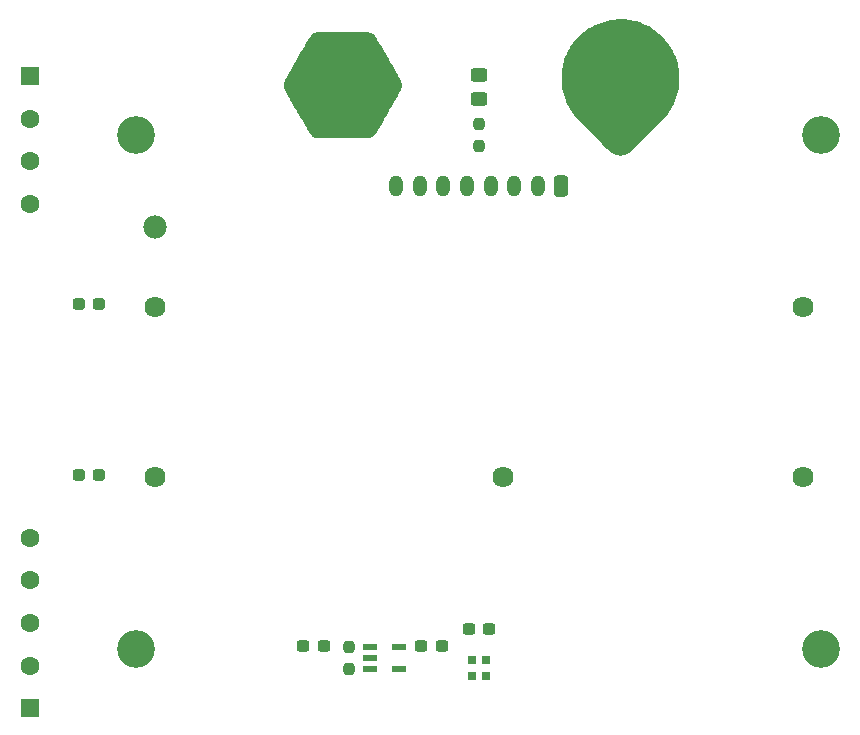
<source format=gbr>
%TF.GenerationSoftware,KiCad,Pcbnew,5.99.0-unknown-36d11f745e~142~ubuntu20.04.1*%
%TF.CreationDate,2021-10-28T09:48:46+02:00*%
%TF.ProjectId,Main_PCB_1,4d61696e-5f50-4434-925f-312e6b696361,rev?*%
%TF.SameCoordinates,Original*%
%TF.FileFunction,Soldermask,Top*%
%TF.FilePolarity,Negative*%
%FSLAX46Y46*%
G04 Gerber Fmt 4.6, Leading zero omitted, Abs format (unit mm)*
G04 Created by KiCad (PCBNEW 5.99.0-unknown-36d11f745e~142~ubuntu20.04.1) date 2021-10-28 09:48:46*
%MOMM*%
%LPD*%
G01*
G04 APERTURE LIST*
G04 Aperture macros list*
%AMRoundRect*
0 Rectangle with rounded corners*
0 $1 Rounding radius*
0 $2 $3 $4 $5 $6 $7 $8 $9 X,Y pos of 4 corners*
0 Add a 4 corners polygon primitive as box body*
4,1,4,$2,$3,$4,$5,$6,$7,$8,$9,$2,$3,0*
0 Add four circle primitives for the rounded corners*
1,1,$1+$1,$2,$3*
1,1,$1+$1,$4,$5*
1,1,$1+$1,$6,$7*
1,1,$1+$1,$8,$9*
0 Add four rect primitives between the rounded corners*
20,1,$1+$1,$2,$3,$4,$5,0*
20,1,$1+$1,$4,$5,$6,$7,0*
20,1,$1+$1,$6,$7,$8,$9,0*
20,1,$1+$1,$8,$9,$2,$3,0*%
G04 Aperture macros list end*
%ADD10C,0.150000*%
%ADD11C,0.300000*%
%ADD12RoundRect,0.250000X0.550000X-0.550000X0.550000X0.550000X-0.550000X0.550000X-0.550000X-0.550000X0*%
%ADD13C,1.600000*%
%ADD14C,3.200000*%
%ADD15RoundRect,0.237500X-0.237500X0.250000X-0.237500X-0.250000X0.237500X-0.250000X0.237500X0.250000X0*%
%ADD16RoundRect,0.237500X-0.287500X-0.237500X0.287500X-0.237500X0.287500X0.237500X-0.287500X0.237500X0*%
%ADD17RoundRect,0.237500X-0.300000X-0.237500X0.300000X-0.237500X0.300000X0.237500X-0.300000X0.237500X0*%
%ADD18R,0.700000X0.750000*%
%ADD19RoundRect,0.237500X0.300000X0.237500X-0.300000X0.237500X-0.300000X-0.237500X0.300000X-0.237500X0*%
%ADD20C,1.980000*%
%ADD21C,1.785000*%
%ADD22R,1.200000X0.600000*%
%ADD23RoundRect,0.250000X-0.450000X0.325000X-0.450000X-0.325000X0.450000X-0.325000X0.450000X0.325000X0*%
%ADD24RoundRect,0.250000X-0.550000X0.550000X-0.550000X-0.550000X0.550000X-0.550000X0.550000X0.550000X0*%
%ADD25RoundRect,0.250000X0.350000X0.650000X-0.350000X0.650000X-0.350000X-0.650000X0.350000X-0.650000X0*%
%ADD26O,1.200000X1.800000*%
G04 APERTURE END LIST*
D10*
X194125000Y-70250000D02*
X198125000Y-70250000D01*
X198125000Y-70250000D02*
X198125000Y-73750000D01*
X198125000Y-73750000D02*
X194125000Y-73750000D01*
X194125000Y-73750000D02*
X194125000Y-70250000D01*
G36*
X194125000Y-70250000D02*
G01*
X198125000Y-70250000D01*
X198125000Y-73750000D01*
X194125000Y-73750000D01*
X194125000Y-70250000D01*
G37*
X217375000Y-69500000D02*
X223500000Y-69500000D01*
X223500000Y-69500000D02*
X223500000Y-74250000D01*
X223500000Y-74250000D02*
X217375000Y-74250000D01*
X217375000Y-74250000D02*
X217375000Y-69500000D01*
G36*
X217375000Y-69500000D02*
G01*
X223500000Y-69500000D01*
X223500000Y-74250000D01*
X217375000Y-74250000D01*
X217375000Y-69500000D01*
G37*
X214875000Y-70250000D02*
X224125000Y-70250000D01*
X224125000Y-70250000D02*
X224125000Y-72750000D01*
X224125000Y-72750000D02*
X214875000Y-72750000D01*
X214875000Y-72750000D02*
X214875000Y-70250000D01*
G36*
X214875000Y-70250000D02*
G01*
X224125000Y-70250000D01*
X224125000Y-72750000D01*
X214875000Y-72750000D01*
X214875000Y-70250000D01*
G37*
D11*
%TO.C,G\u002A\u002A\u002A*%
X218157428Y-72238000D02*
X218012285Y-72165428D01*
X217794571Y-72165428D01*
X217576857Y-72238000D01*
X217431714Y-72383142D01*
X217359142Y-72528285D01*
X217286571Y-72818571D01*
X217286571Y-73036285D01*
X217359142Y-73326571D01*
X217431714Y-73471714D01*
X217576857Y-73616857D01*
X217794571Y-73689428D01*
X217939714Y-73689428D01*
X218157428Y-73616857D01*
X218230000Y-73544285D01*
X218230000Y-73036285D01*
X217939714Y-73036285D01*
X219100857Y-72165428D02*
X219100857Y-72528285D01*
X218738000Y-72383142D02*
X219100857Y-72528285D01*
X219463714Y-72383142D01*
X218883142Y-72818571D02*
X219100857Y-72528285D01*
X219318571Y-72818571D01*
X220262000Y-72165428D02*
X220262000Y-72528285D01*
X219899142Y-72383142D02*
X220262000Y-72528285D01*
X220624857Y-72383142D01*
X220044285Y-72818571D02*
X220262000Y-72528285D01*
X220479714Y-72818571D01*
X221423142Y-72165428D02*
X221423142Y-72528285D01*
X221060285Y-72383142D02*
X221423142Y-72528285D01*
X221786000Y-72383142D01*
X221205428Y-72818571D02*
X221423142Y-72528285D01*
X221640857Y-72818571D01*
G36*
X220055044Y-73592074D02*
G01*
X220080490Y-73604315D01*
X220104153Y-73626592D01*
X220121639Y-73653625D01*
X220128553Y-73680135D01*
X220128554Y-73680403D01*
X220126449Y-73685791D01*
X220118456Y-73689421D01*
X220102058Y-73691619D01*
X220074737Y-73692710D01*
X220033978Y-73693019D01*
X220030980Y-73693020D01*
X219933405Y-73693020D01*
X219938844Y-73671351D01*
X219954763Y-73635863D01*
X219980638Y-73609079D01*
X220013062Y-73593323D01*
X220048627Y-73590921D01*
X220055044Y-73592074D01*
G37*
G36*
X219493906Y-74032324D02*
G01*
X219524944Y-74034597D01*
X219546847Y-74037864D01*
X219551630Y-74039245D01*
X219569264Y-74053236D01*
X219578817Y-74074799D01*
X219577807Y-74097101D01*
X219574876Y-74103230D01*
X219554046Y-74123071D01*
X219522112Y-74138269D01*
X219483627Y-74147995D01*
X219443146Y-74151424D01*
X219405222Y-74147729D01*
X219379125Y-74138751D01*
X219355810Y-74119524D01*
X219346944Y-74095358D01*
X219352982Y-74069314D01*
X219366170Y-74051752D01*
X219377245Y-74041998D01*
X219389342Y-74035989D01*
X219406547Y-74032830D01*
X219432945Y-74031628D01*
X219458818Y-74031472D01*
X219493906Y-74032324D01*
G37*
G36*
X218919343Y-73601426D02*
G01*
X218947673Y-73617299D01*
X218967499Y-73645011D01*
X218979411Y-73685455D01*
X218983996Y-73739525D01*
X218984087Y-73751606D01*
X218980473Y-73807699D01*
X218969688Y-73850197D01*
X218951307Y-73880141D01*
X218924910Y-73898573D01*
X218924344Y-73898812D01*
X218899525Y-73907774D01*
X218880671Y-73909134D01*
X218859535Y-73902894D01*
X218849895Y-73898838D01*
X218828241Y-73885470D01*
X218812081Y-73868947D01*
X218812073Y-73868934D01*
X218800005Y-73840143D01*
X218792397Y-73800893D01*
X218789360Y-73756247D01*
X218791007Y-73711265D01*
X218797451Y-73671010D01*
X218807088Y-73643685D01*
X218829963Y-73614544D01*
X218861114Y-73598981D01*
X218881920Y-73596499D01*
X218919343Y-73601426D01*
G37*
G36*
X219494926Y-73586431D02*
G01*
X219516777Y-73607402D01*
X219529044Y-73638572D01*
X219529864Y-73678137D01*
X219529744Y-73679057D01*
X219518503Y-73713341D01*
X219497177Y-73736871D01*
X219468607Y-73748104D01*
X219435636Y-73745494D01*
X219419417Y-73739040D01*
X219401757Y-73722726D01*
X219387737Y-73695704D01*
X219387432Y-73694838D01*
X219380494Y-73670539D01*
X219380481Y-73651034D01*
X219387394Y-73626667D01*
X219387432Y-73626558D01*
X219397854Y-73603172D01*
X219411897Y-73589838D01*
X219429914Y-73582306D01*
X219465350Y-73577464D01*
X219494926Y-73586431D01*
G37*
G36*
X222180802Y-73601391D02*
G01*
X222207212Y-73617707D01*
X222226613Y-73646915D01*
X222236783Y-73674997D01*
X222244220Y-73714801D01*
X222246102Y-73759419D01*
X222242685Y-73802950D01*
X222234227Y-73839494D01*
X222229105Y-73851587D01*
X222204898Y-73884043D01*
X222174046Y-73903188D01*
X222139026Y-73908056D01*
X222106248Y-73899546D01*
X222080513Y-73879213D01*
X222061874Y-73845063D01*
X222050701Y-73797928D01*
X222048007Y-73769343D01*
X222049118Y-73710691D01*
X222059280Y-73663340D01*
X222078079Y-73628028D01*
X222105100Y-73605490D01*
X222139928Y-73596463D01*
X222145470Y-73596319D01*
X222180802Y-73601391D01*
G37*
G36*
X221464663Y-71158477D02*
G01*
X221532432Y-71181775D01*
X221592252Y-71218891D01*
X221623389Y-71246955D01*
X221662436Y-71295903D01*
X221695674Y-71354893D01*
X221721017Y-71418922D01*
X221736385Y-71482987D01*
X221740110Y-71527331D01*
X221740229Y-71557550D01*
X220966625Y-71557550D01*
X220966625Y-71538694D01*
X220969866Y-71510502D01*
X220978595Y-71472638D01*
X220991322Y-71429955D01*
X221006556Y-71387308D01*
X221022807Y-71349552D01*
X221027660Y-71339900D01*
X221068844Y-71277425D01*
X221120280Y-71227317D01*
X221182071Y-71189509D01*
X221254317Y-71163932D01*
X221306959Y-71153831D01*
X221389366Y-71149121D01*
X221464663Y-71158477D01*
G37*
G36*
X215114212Y-73825373D02*
G01*
X214986206Y-73575708D01*
X214872925Y-73319586D01*
X214855926Y-73274291D01*
X214774433Y-73057142D01*
X214690794Y-72788514D01*
X214622070Y-72513836D01*
X214568324Y-72233247D01*
X214553072Y-72133724D01*
X214541398Y-72049205D01*
X214531860Y-71972096D01*
X214524263Y-71899293D01*
X214518408Y-71827693D01*
X214514099Y-71754191D01*
X214511139Y-71675685D01*
X214509331Y-71589069D01*
X214508478Y-71491240D01*
X214508344Y-71428616D01*
X214508635Y-71325016D01*
X214509721Y-71234322D01*
X214511813Y-71153337D01*
X214515122Y-71078861D01*
X214519860Y-71007696D01*
X214526236Y-70936642D01*
X214534463Y-70862501D01*
X214544752Y-70782073D01*
X214546177Y-70771859D01*
X214940282Y-70771859D01*
X215298382Y-71726776D01*
X215343339Y-71846655D01*
X215386989Y-71963035D01*
X215428967Y-72074947D01*
X215468912Y-72181426D01*
X215506460Y-72281505D01*
X215541248Y-72374217D01*
X215572914Y-72458594D01*
X215601095Y-72533671D01*
X215625428Y-72598480D01*
X215645550Y-72652055D01*
X215661098Y-72693428D01*
X215671710Y-72721633D01*
X215676993Y-72735626D01*
X215697503Y-72789558D01*
X215739282Y-72797886D01*
X215773574Y-72803730D01*
X215809845Y-72808471D01*
X215821352Y-72809592D01*
X215845258Y-72810620D01*
X215881802Y-72810991D01*
X215927701Y-72810780D01*
X215979673Y-72810066D01*
X216034436Y-72808924D01*
X216088708Y-72807431D01*
X216139207Y-72805664D01*
X216182651Y-72803700D01*
X216215758Y-72801615D01*
X216232001Y-72799995D01*
X216271964Y-72794511D01*
X216656186Y-71783185D01*
X216702578Y-71661024D01*
X216747343Y-71543054D01*
X216790150Y-71430148D01*
X216830670Y-71323178D01*
X216868575Y-71223017D01*
X216903534Y-71130538D01*
X216935218Y-71046612D01*
X216963298Y-70972113D01*
X216969042Y-70956842D01*
X217214129Y-70956842D01*
X217214459Y-71009674D01*
X217216000Y-71061369D01*
X217218696Y-71107853D01*
X217222490Y-71145048D01*
X217225605Y-71162690D01*
X217232213Y-71190894D01*
X217362839Y-71193109D01*
X217493465Y-71195323D01*
X217493465Y-71993155D01*
X217493503Y-72129361D01*
X217493625Y-72250241D01*
X217493840Y-72356586D01*
X217494157Y-72449186D01*
X217494588Y-72528833D01*
X217495142Y-72596317D01*
X217495829Y-72652429D01*
X217496659Y-72697959D01*
X217497642Y-72733699D01*
X217498787Y-72760440D01*
X217500105Y-72778971D01*
X217501606Y-72790084D01*
X217503300Y-72794569D01*
X217503538Y-72794708D01*
X217524525Y-72799312D01*
X217558851Y-72803207D01*
X217603751Y-72806361D01*
X217656460Y-72808742D01*
X217714216Y-72810315D01*
X217774252Y-72811050D01*
X217833806Y-72810913D01*
X217890112Y-72809871D01*
X217940407Y-72807892D01*
X217981927Y-72804943D01*
X218011906Y-72800992D01*
X218013230Y-72800731D01*
X218045464Y-72794238D01*
X218047509Y-71780960D01*
X218049550Y-70770020D01*
X218270251Y-70770020D01*
X218272750Y-70777696D01*
X218280585Y-70799584D01*
X218293429Y-70834807D01*
X218310957Y-70882487D01*
X218332842Y-70941747D01*
X218358760Y-71011710D01*
X218388383Y-71091497D01*
X218421387Y-71180233D01*
X218457445Y-71277038D01*
X218496230Y-71381036D01*
X218537419Y-71491350D01*
X218580683Y-71607102D01*
X218625699Y-71727414D01*
X218644699Y-71778159D01*
X218699160Y-71923377D01*
X218750255Y-72059199D01*
X218797790Y-72185122D01*
X218841571Y-72300643D01*
X218881405Y-72405259D01*
X218917097Y-72498465D01*
X218948455Y-72579759D01*
X218975284Y-72648637D01*
X218997391Y-72704596D01*
X219014582Y-72747132D01*
X219026664Y-72775743D01*
X219033442Y-72789925D01*
X219034586Y-72791425D01*
X219052198Y-72796643D01*
X219083392Y-72801096D01*
X219125646Y-72804743D01*
X219176442Y-72807543D01*
X219233259Y-72809455D01*
X219293577Y-72810438D01*
X219354877Y-72810450D01*
X219414639Y-72809450D01*
X219470343Y-72807398D01*
X219519469Y-72804252D01*
X219559324Y-72799995D01*
X219598502Y-72794511D01*
X219919968Y-71948382D01*
X219969216Y-71818756D01*
X220406843Y-71818756D01*
X220408666Y-71892508D01*
X220412736Y-71960584D01*
X220419051Y-72018655D01*
X220422008Y-72037024D01*
X220445629Y-72148006D01*
X220474597Y-72245886D01*
X220510101Y-72333135D01*
X220553335Y-72412224D01*
X220605490Y-72485621D01*
X220667757Y-72555799D01*
X220676523Y-72564680D01*
X220758759Y-72637917D01*
X220847548Y-72698872D01*
X220944357Y-72748225D01*
X221050649Y-72786658D01*
X221167890Y-72814851D01*
X221240610Y-72826658D01*
X221292408Y-72831921D01*
X221356086Y-72835494D01*
X221427494Y-72837377D01*
X221502483Y-72837568D01*
X221576905Y-72836068D01*
X221646610Y-72832875D01*
X221707449Y-72827991D01*
X221719015Y-72826714D01*
X221841931Y-72809218D01*
X221953555Y-72786550D01*
X222058129Y-72757828D01*
X222072302Y-72753321D01*
X222107711Y-72741988D01*
X222132779Y-72732639D01*
X222133641Y-72732093D01*
X222527752Y-72732093D01*
X222575187Y-72749850D01*
X222624010Y-72766178D01*
X222683438Y-72783044D01*
X222748065Y-72799131D01*
X222812487Y-72813121D01*
X222871298Y-72823696D01*
X222887854Y-72826116D01*
X222942294Y-72831716D01*
X223007274Y-72835523D01*
X223078509Y-72837536D01*
X223151718Y-72837751D01*
X223222616Y-72836167D01*
X223286921Y-72832782D01*
X223340350Y-72827594D01*
X223349347Y-72826341D01*
X223469484Y-72802241D01*
X223579977Y-72767326D01*
X223680191Y-72722102D01*
X223769489Y-72667076D01*
X223847236Y-72602757D01*
X223912795Y-72529650D01*
X223965530Y-72448263D01*
X224004806Y-72359103D01*
X224024996Y-72287670D01*
X224031069Y-72255654D01*
X224034690Y-72223622D01*
X224036100Y-72187072D01*
X224035539Y-72141504D01*
X224034454Y-72110385D01*
X224030865Y-72047203D01*
X224025110Y-71995764D01*
X224016227Y-71951739D01*
X224003254Y-71910801D01*
X223985232Y-71868619D01*
X223977017Y-71851681D01*
X223934362Y-71782024D01*
X223879855Y-71721789D01*
X223816173Y-71672013D01*
X223784883Y-71652144D01*
X223752646Y-71634169D01*
X223717176Y-71617168D01*
X223676184Y-71600221D01*
X223627385Y-71582409D01*
X223568490Y-71562813D01*
X223497212Y-71540513D01*
X223463724Y-71530329D01*
X223385266Y-71506137D01*
X223320946Y-71485052D01*
X223269255Y-71466311D01*
X223228686Y-71449146D01*
X223197732Y-71432794D01*
X223174886Y-71416488D01*
X223158640Y-71399464D01*
X223147486Y-71380957D01*
X223142001Y-71367012D01*
X223135918Y-71333756D01*
X223136279Y-71295917D01*
X223142442Y-71259866D01*
X223153767Y-71231971D01*
X223155905Y-71228837D01*
X223186388Y-71196959D01*
X223225538Y-71172994D01*
X223274919Y-71156429D01*
X223336091Y-71146754D01*
X223410618Y-71143454D01*
X223416371Y-71143449D01*
X223492379Y-71145996D01*
X223563973Y-71154002D01*
X223636313Y-71168379D01*
X223714560Y-71190040D01*
X223756699Y-71203614D01*
X223793213Y-71215699D01*
X223823960Y-71225650D01*
X223845842Y-71232481D01*
X223855760Y-71235204D01*
X223855920Y-71235215D01*
X223863883Y-71227823D01*
X223874864Y-71207360D01*
X223887986Y-71176392D01*
X223902375Y-71137488D01*
X223917157Y-71093215D01*
X223931455Y-71046141D01*
X223944395Y-70998835D01*
X223955101Y-70953863D01*
X223959894Y-70930122D01*
X223967571Y-70888515D01*
X223971486Y-70859733D01*
X223970283Y-70840666D01*
X223962606Y-70828201D01*
X223947097Y-70819229D01*
X223922400Y-70810637D01*
X223905457Y-70805280D01*
X223803107Y-70775044D01*
X223708438Y-70752566D01*
X223615603Y-70736846D01*
X223518750Y-70726888D01*
X223416371Y-70721815D01*
X223287508Y-70722377D01*
X223170947Y-70732180D01*
X223065556Y-70751562D01*
X222970201Y-70780865D01*
X222883749Y-70820427D01*
X222805066Y-70870590D01*
X222740485Y-70924585D01*
X222680764Y-70990109D01*
X222634381Y-71062367D01*
X222601005Y-71142278D01*
X222580307Y-71230758D01*
X222571958Y-71328726D01*
X222572722Y-71392054D01*
X222576596Y-71453835D01*
X222582715Y-71504060D01*
X222591970Y-71547235D01*
X222605248Y-71587864D01*
X222616965Y-71616188D01*
X222653316Y-71680115D01*
X222703401Y-71738240D01*
X222767556Y-71790796D01*
X222846116Y-71838012D01*
X222939415Y-71880121D01*
X223047790Y-71917353D01*
X223057773Y-71920319D01*
X223145610Y-71946398D01*
X223219282Y-71968997D01*
X223280210Y-71988742D01*
X223329814Y-72006256D01*
X223369516Y-72022163D01*
X223400736Y-72037086D01*
X223424895Y-72051650D01*
X223443414Y-72066478D01*
X223457713Y-72082195D01*
X223469214Y-72099424D01*
X223470399Y-72101491D01*
X223483469Y-72137152D01*
X223488874Y-72180034D01*
X223486254Y-72222992D01*
X223478041Y-72252844D01*
X223461792Y-72278605D01*
X223435345Y-72306919D01*
X223403149Y-72333608D01*
X223369915Y-72354363D01*
X223329774Y-72372083D01*
X223287179Y-72384776D01*
X223238732Y-72393027D01*
X223181037Y-72397426D01*
X223114182Y-72398568D01*
X223034125Y-72396252D01*
X222960483Y-72389110D01*
X222888145Y-72376245D01*
X222811999Y-72356757D01*
X222731545Y-72331315D01*
X222695882Y-72319386D01*
X222666407Y-72309800D01*
X222646098Y-72303505D01*
X222637931Y-72301450D01*
X222637897Y-72301471D01*
X222634685Y-72309104D01*
X222626948Y-72328431D01*
X222616010Y-72356131D01*
X222608426Y-72375476D01*
X222587040Y-72435725D01*
X222567439Y-72501322D01*
X222550917Y-72567155D01*
X222538769Y-72628113D01*
X222532639Y-72674660D01*
X222527752Y-72732093D01*
X222133641Y-72732093D01*
X222148866Y-72722450D01*
X222157332Y-72708599D01*
X222159537Y-72688263D01*
X222156839Y-72658621D01*
X222150598Y-72616850D01*
X222147561Y-72597081D01*
X222121032Y-72474040D01*
X222081019Y-72359359D01*
X222067230Y-72327028D01*
X222056491Y-72307447D01*
X222045520Y-72298546D01*
X222031035Y-72298253D01*
X222009754Y-72304499D01*
X221999624Y-72308010D01*
X221934966Y-72328016D01*
X221860168Y-72347046D01*
X221781203Y-72363707D01*
X221707995Y-72376038D01*
X221655133Y-72381768D01*
X221594647Y-72385155D01*
X221530310Y-72386278D01*
X221465893Y-72385217D01*
X221405167Y-72382051D01*
X221351903Y-72376858D01*
X221309874Y-72369718D01*
X221301047Y-72367496D01*
X221225487Y-72340636D01*
X221156492Y-72304388D01*
X221096475Y-72260479D01*
X221047851Y-72210635D01*
X221016957Y-72164282D01*
X220991358Y-72104470D01*
X220971325Y-72032934D01*
X220962569Y-71986659D01*
X220957150Y-71952411D01*
X221606014Y-71952411D01*
X221723645Y-71952395D01*
X221826198Y-71952334D01*
X221914710Y-71952205D01*
X221990219Y-71951986D01*
X222053765Y-71951654D01*
X222106385Y-71951186D01*
X222149118Y-71950561D01*
X222183000Y-71949755D01*
X222209072Y-71948748D01*
X222228371Y-71947515D01*
X222241934Y-71946035D01*
X222250801Y-71944285D01*
X222256009Y-71942243D01*
X222258597Y-71939886D01*
X222259325Y-71938309D01*
X222261398Y-71925494D01*
X222264068Y-71899879D01*
X222267039Y-71864757D01*
X222270018Y-71823420D01*
X222271079Y-71806957D01*
X222274347Y-71659685D01*
X222265134Y-71522539D01*
X222243406Y-71395404D01*
X222209126Y-71278165D01*
X222162259Y-71170709D01*
X222102770Y-71072921D01*
X222030624Y-70984685D01*
X222011126Y-70964622D01*
X221925733Y-70889535D01*
X221834027Y-70828513D01*
X221734115Y-70780473D01*
X221629070Y-70745654D01*
X221601464Y-70738505D01*
X221577069Y-70733176D01*
X221552763Y-70729400D01*
X221525427Y-70726909D01*
X221491940Y-70725438D01*
X221449184Y-70724717D01*
X221394037Y-70724481D01*
X221381631Y-70724469D01*
X221321029Y-70724653D01*
X221273384Y-70725447D01*
X221235543Y-70727070D01*
X221204351Y-70729743D01*
X221176654Y-70733685D01*
X221149296Y-70739118D01*
X221139401Y-70741369D01*
X221021949Y-70776263D01*
X220911911Y-70824763D01*
X220865504Y-70850478D01*
X220815298Y-70884437D01*
X220760781Y-70928698D01*
X220705718Y-70979619D01*
X220653874Y-71033555D01*
X220609014Y-71086862D01*
X220581506Y-71125332D01*
X220524646Y-71226897D01*
X220477580Y-71340513D01*
X220440695Y-71465145D01*
X220422008Y-71553521D01*
X220414848Y-71606709D01*
X220409934Y-71671529D01*
X220407265Y-71743653D01*
X220406843Y-71818756D01*
X219969216Y-71818756D01*
X219978995Y-71793018D01*
X220032561Y-71652021D01*
X220080928Y-71524691D01*
X220124357Y-71410327D01*
X220163111Y-71308230D01*
X220197451Y-71217700D01*
X220227639Y-71138036D01*
X220253936Y-71068540D01*
X220276605Y-71008510D01*
X220295906Y-70957246D01*
X220312102Y-70914050D01*
X220325454Y-70878221D01*
X220336224Y-70849058D01*
X220344674Y-70825862D01*
X220351066Y-70807933D01*
X220355660Y-70794571D01*
X220358720Y-70785076D01*
X220360506Y-70778748D01*
X220361280Y-70774887D01*
X220361304Y-70772792D01*
X220360840Y-70771765D01*
X220360150Y-70771105D01*
X220360137Y-70771093D01*
X220350566Y-70767898D01*
X220328814Y-70763261D01*
X220298664Y-70757939D01*
X220280243Y-70755051D01*
X220234960Y-70750080D01*
X220177742Y-70746579D01*
X220112708Y-70744565D01*
X220043974Y-70744060D01*
X219975658Y-70745084D01*
X219911877Y-70747656D01*
X219856749Y-70751796D01*
X219846070Y-70752933D01*
X219808243Y-70757639D01*
X219783384Y-70762049D01*
X219768394Y-70767077D01*
X219760169Y-70773635D01*
X219756993Y-70779123D01*
X219753714Y-70789192D01*
X219746314Y-70813637D01*
X219735118Y-70851344D01*
X219720449Y-70901196D01*
X219702635Y-70962078D01*
X219681998Y-71032876D01*
X219658865Y-71112475D01*
X219633560Y-71199759D01*
X219606409Y-71293613D01*
X219577736Y-71392922D01*
X219547866Y-71496571D01*
X219544230Y-71509200D01*
X219514267Y-71613215D01*
X219485489Y-71712969D01*
X219458218Y-71807354D01*
X219432776Y-71895260D01*
X219409486Y-71975579D01*
X219388671Y-72047201D01*
X219370652Y-72109016D01*
X219355752Y-72159916D01*
X219344294Y-72198792D01*
X219336600Y-72224534D01*
X219332992Y-72236033D01*
X219332844Y-72236413D01*
X219329465Y-72231452D01*
X219321763Y-72211075D01*
X219309770Y-72175383D01*
X219293517Y-72124476D01*
X219273034Y-72058457D01*
X219248353Y-71977426D01*
X219219505Y-71881485D01*
X219186521Y-71770735D01*
X219149432Y-71645277D01*
X219108922Y-71507439D01*
X218891098Y-70764419D01*
X218859112Y-70756338D01*
X218839635Y-70753613D01*
X218806700Y-70751430D01*
X218762956Y-70749781D01*
X218711051Y-70748660D01*
X218653636Y-70748059D01*
X218593359Y-70747970D01*
X218532869Y-70748388D01*
X218474815Y-70749305D01*
X218421847Y-70750714D01*
X218376614Y-70752608D01*
X218341765Y-70754979D01*
X218320151Y-70757778D01*
X218294614Y-70763403D01*
X218276452Y-70767915D01*
X218270251Y-70770020D01*
X218049550Y-70770020D01*
X218049555Y-70767682D01*
X217640561Y-70769770D01*
X217231568Y-70771859D01*
X217220980Y-70832297D01*
X217217332Y-70864078D01*
X217215068Y-70906952D01*
X217214129Y-70956842D01*
X216969042Y-70956842D01*
X216987446Y-70907913D01*
X217007331Y-70854883D01*
X217022624Y-70813898D01*
X217032996Y-70785829D01*
X217038119Y-70771548D01*
X217038621Y-70769850D01*
X217030422Y-70767883D01*
X217009749Y-70764187D01*
X216980075Y-70759360D01*
X216956917Y-70755795D01*
X216910634Y-70750321D01*
X216857286Y-70746505D01*
X216799135Y-70744264D01*
X216738440Y-70743516D01*
X216677462Y-70744176D01*
X216618462Y-70746164D01*
X216563699Y-70749395D01*
X216515436Y-70753788D01*
X216475931Y-70759259D01*
X216447446Y-70765726D01*
X216432242Y-70773106D01*
X216430796Y-70775051D01*
X216427701Y-70784513D01*
X216420486Y-70808373D01*
X216409471Y-70845535D01*
X216394974Y-70894902D01*
X216377313Y-70955379D01*
X216356808Y-71025870D01*
X216333777Y-71105278D01*
X216308538Y-71192509D01*
X216281411Y-71286464D01*
X216252714Y-71386050D01*
X216222766Y-71490170D01*
X216215581Y-71515178D01*
X216185463Y-71619874D01*
X216156557Y-71720057D01*
X216129175Y-71814656D01*
X216103633Y-71902601D01*
X216080245Y-71982821D01*
X216059323Y-72054244D01*
X216041183Y-72115800D01*
X216026137Y-72166418D01*
X216014500Y-72205028D01*
X216006585Y-72230557D01*
X216002707Y-72241937D01*
X216002401Y-72242446D01*
X215999570Y-72234897D01*
X215992538Y-72212940D01*
X215981623Y-72177637D01*
X215967142Y-72130050D01*
X215949415Y-72071240D01*
X215928758Y-72002270D01*
X215905490Y-71924201D01*
X215879927Y-71838096D01*
X215852389Y-71745018D01*
X215823192Y-71646026D01*
X215792655Y-71542185D01*
X215782382Y-71507186D01*
X215751435Y-71401839D01*
X215721700Y-71300892D01*
X215693498Y-71205417D01*
X215667150Y-71116488D01*
X215642975Y-71035177D01*
X215621295Y-70962557D01*
X215602430Y-70899700D01*
X215586701Y-70847680D01*
X215574427Y-70807569D01*
X215565930Y-70780441D01*
X215561530Y-70767367D01*
X215561041Y-70766327D01*
X215547385Y-70760812D01*
X215519962Y-70756092D01*
X215481105Y-70752188D01*
X215433144Y-70749122D01*
X215378413Y-70746914D01*
X215319241Y-70745585D01*
X215257962Y-70745156D01*
X215196906Y-70745648D01*
X215138405Y-70747083D01*
X215084792Y-70749480D01*
X215038397Y-70752862D01*
X215001552Y-70757248D01*
X214981927Y-70761122D01*
X214940282Y-70771859D01*
X214546177Y-70771859D01*
X214556645Y-70696814D01*
X214603882Y-70424029D01*
X214666722Y-70154077D01*
X214682363Y-70100717D01*
X217373299Y-70100717D01*
X217379450Y-70169321D01*
X217399005Y-70235748D01*
X217431972Y-70297793D01*
X217478354Y-70353247D01*
X217481357Y-70356121D01*
X217528222Y-70393755D01*
X217579808Y-70423889D01*
X217630463Y-70443290D01*
X217636468Y-70444804D01*
X217687515Y-70451853D01*
X217745137Y-70451910D01*
X217801534Y-70445269D01*
X217834327Y-70437350D01*
X217896336Y-70410280D01*
X217953078Y-70370285D01*
X218001785Y-70320145D01*
X218039692Y-70262640D01*
X218061689Y-70208921D01*
X218069458Y-70168961D01*
X218072990Y-70120115D01*
X218072283Y-70069048D01*
X218067338Y-70022424D01*
X218061689Y-69997106D01*
X218038177Y-69941338D01*
X218002711Y-69887213D01*
X217959046Y-69839987D01*
X217936017Y-69821122D01*
X217872355Y-69783757D01*
X217804113Y-69760820D01*
X217733555Y-69752175D01*
X217662942Y-69757684D01*
X217594537Y-69777209D01*
X217530602Y-69810612D01*
X217482637Y-69848696D01*
X217435222Y-69903928D01*
X217401191Y-69965814D01*
X217380548Y-70032146D01*
X217373299Y-70100717D01*
X214682363Y-70100717D01*
X214744776Y-69887795D01*
X214837654Y-69626024D01*
X214944965Y-69369600D01*
X215066321Y-69119363D01*
X215201331Y-68876152D01*
X215349605Y-68640805D01*
X215510754Y-68414162D01*
X215684388Y-68197060D01*
X215757679Y-68112595D01*
X215952986Y-67904656D01*
X216158107Y-67709352D01*
X216372556Y-67526921D01*
X216595849Y-67357600D01*
X216827502Y-67201626D01*
X217067030Y-67059237D01*
X217313949Y-66930670D01*
X217567773Y-66816162D01*
X217828019Y-66715952D01*
X218094202Y-66630275D01*
X218365837Y-66559371D01*
X218642440Y-66503475D01*
X218923527Y-66462826D01*
X219171579Y-66440032D01*
X219221607Y-66437489D01*
X219283783Y-66435664D01*
X219355372Y-66434527D01*
X219433637Y-66434051D01*
X219515841Y-66434208D01*
X219599250Y-66434969D01*
X219681126Y-66436307D01*
X219758734Y-66438193D01*
X219829336Y-66440598D01*
X219890197Y-66443496D01*
X219938581Y-66446858D01*
X219951269Y-66448056D01*
X220169995Y-66474177D01*
X220376708Y-66506327D01*
X220574567Y-66545095D01*
X220766731Y-66591067D01*
X220865895Y-66618140D01*
X221136443Y-66703043D01*
X221398640Y-66801472D01*
X221652973Y-66913691D01*
X221899935Y-67039964D01*
X222140014Y-67180555D01*
X222373700Y-67335727D01*
X222601484Y-67505745D01*
X222767672Y-67642245D01*
X222813624Y-67682879D01*
X222867877Y-67733131D01*
X222928015Y-67790578D01*
X222991623Y-67852799D01*
X223056285Y-67917373D01*
X223119588Y-67981878D01*
X223179114Y-68043893D01*
X223232450Y-68100995D01*
X223277180Y-68150765D01*
X223291886Y-68167801D01*
X223473849Y-68393555D01*
X223640918Y-68625408D01*
X223793134Y-68863461D01*
X223930539Y-69107812D01*
X224053175Y-69358562D01*
X224161086Y-69615808D01*
X224254313Y-69879652D01*
X224332898Y-70150192D01*
X224396883Y-70427527D01*
X224446312Y-70711758D01*
X224476531Y-70955106D01*
X224481411Y-71013516D01*
X224485611Y-71084843D01*
X224489080Y-71165900D01*
X224491767Y-71253499D01*
X224493622Y-71344452D01*
X224494594Y-71435573D01*
X224494634Y-71523673D01*
X224493690Y-71605566D01*
X224491713Y-71678064D01*
X224488864Y-71734835D01*
X224462229Y-72021912D01*
X224420831Y-72302683D01*
X224364564Y-72577542D01*
X224293323Y-72846885D01*
X224207001Y-73111107D01*
X224105493Y-73370603D01*
X223988693Y-73625769D01*
X223975337Y-73652728D01*
X223863231Y-73866161D01*
X223745631Y-74067462D01*
X223620531Y-74259518D01*
X223485929Y-74445219D01*
X223339819Y-74627450D01*
X223180199Y-74809100D01*
X223150454Y-74841338D01*
X223133711Y-74858912D01*
X223106110Y-74887307D01*
X223068205Y-74925966D01*
X223020550Y-74974332D01*
X222963699Y-75031848D01*
X222898208Y-75097956D01*
X222824632Y-75172099D01*
X222743524Y-75253720D01*
X222655439Y-75342261D01*
X222560932Y-75437166D01*
X222460558Y-75537876D01*
X222354871Y-75643835D01*
X222244427Y-75754486D01*
X222129778Y-75869270D01*
X222011481Y-75987631D01*
X221890090Y-76109012D01*
X221766159Y-76232855D01*
X221670264Y-76328628D01*
X221520760Y-76477912D01*
X221382201Y-76616258D01*
X221254124Y-76744109D01*
X221136062Y-76861909D01*
X221027549Y-76970101D01*
X220928121Y-77069127D01*
X220837311Y-77159431D01*
X220754654Y-77241456D01*
X220679685Y-77315646D01*
X220611938Y-77382442D01*
X220550947Y-77442289D01*
X220496248Y-77495629D01*
X220447374Y-77542906D01*
X220403860Y-77584562D01*
X220365240Y-77621040D01*
X220331049Y-77652785D01*
X220300822Y-77680239D01*
X220274093Y-77703844D01*
X220250396Y-77724045D01*
X220229265Y-77741283D01*
X220210237Y-77756003D01*
X220192843Y-77768648D01*
X220176621Y-77779659D01*
X220161103Y-77789482D01*
X220145824Y-77798558D01*
X220130319Y-77807331D01*
X220114122Y-77816244D01*
X220098252Y-77824924D01*
X219993921Y-77874933D01*
X219880244Y-77916350D01*
X219762469Y-77947423D01*
X219693401Y-77960160D01*
X219658526Y-77964063D01*
X219612369Y-77967167D01*
X219559114Y-77969396D01*
X219502944Y-77970676D01*
X219448044Y-77970931D01*
X219398596Y-77970085D01*
X219358786Y-77968064D01*
X219342862Y-77966469D01*
X219216401Y-77942848D01*
X219089684Y-77905387D01*
X218966718Y-77855589D01*
X218851508Y-77794955D01*
X218802307Y-77763896D01*
X218769753Y-77740504D01*
X218729968Y-77709453D01*
X218687311Y-77674276D01*
X218646144Y-77638510D01*
X218633597Y-77627150D01*
X218615208Y-77609791D01*
X218586263Y-77581783D01*
X218547387Y-77543750D01*
X218499204Y-77496317D01*
X218442336Y-77440111D01*
X218377407Y-77375757D01*
X218305041Y-77303880D01*
X218225862Y-77225107D01*
X218140492Y-77140062D01*
X218049557Y-77049372D01*
X217953679Y-76953661D01*
X217853482Y-76853556D01*
X217749589Y-76749682D01*
X217642625Y-76642665D01*
X217533212Y-76533129D01*
X217421975Y-76421702D01*
X217309537Y-76309008D01*
X217196521Y-76195673D01*
X217083552Y-76082322D01*
X216971253Y-75969582D01*
X216860247Y-75858077D01*
X216751158Y-75748434D01*
X216644610Y-75641277D01*
X216541226Y-75537233D01*
X216441630Y-75436927D01*
X216346445Y-75340984D01*
X216256296Y-75250031D01*
X216171806Y-75164693D01*
X216093597Y-75085595D01*
X216022295Y-75013362D01*
X215958522Y-74948622D01*
X215902903Y-74891998D01*
X215856060Y-74844118D01*
X215818618Y-74805605D01*
X215791200Y-74777086D01*
X215774429Y-74759187D01*
X215772221Y-74756726D01*
X215585947Y-74534256D01*
X215414146Y-74304783D01*
X215282202Y-74106498D01*
X219214422Y-74106498D01*
X219216074Y-74152310D01*
X219230225Y-74192726D01*
X219248766Y-74214320D01*
X219279406Y-74233946D01*
X219318129Y-74249423D01*
X219347831Y-74256609D01*
X219389704Y-74260896D01*
X219440037Y-74261318D01*
X219492357Y-74258210D01*
X219540193Y-74251907D01*
X219569713Y-74245142D01*
X219624852Y-74222415D01*
X219669358Y-74190998D01*
X219701849Y-74152436D01*
X219720938Y-74108276D01*
X219725635Y-74071021D01*
X219720628Y-74023791D01*
X219704862Y-73986165D01*
X219690850Y-73967981D01*
X219673769Y-73952195D01*
X219653752Y-73940358D01*
X219628108Y-73931794D01*
X219594149Y-73925824D01*
X219549186Y-73921771D01*
X219497334Y-73919211D01*
X219450127Y-73917174D01*
X219416451Y-73915012D01*
X219393722Y-73912341D01*
X219379354Y-73908773D01*
X219370766Y-73903924D01*
X219366936Y-73899736D01*
X219360270Y-73878086D01*
X219362436Y-73867503D01*
X219366528Y-73859780D01*
X219374059Y-73854495D01*
X219388042Y-73850957D01*
X219411493Y-73848473D01*
X219447424Y-73846352D01*
X219456571Y-73845901D01*
X219501351Y-73842960D01*
X219533953Y-73838737D01*
X219558306Y-73832533D01*
X219576661Y-73824550D01*
X219622757Y-73792507D01*
X219642286Y-73768268D01*
X219785423Y-73768268D01*
X219793556Y-73832869D01*
X219813489Y-73890889D01*
X219844434Y-73940414D01*
X219885605Y-73979525D01*
X219911682Y-73995573D01*
X219951643Y-74010077D01*
X220002539Y-74019257D01*
X220060010Y-74022872D01*
X220119698Y-74020681D01*
X220177242Y-74012444D01*
X220185386Y-74010680D01*
X220214559Y-74003604D01*
X220231332Y-73997570D01*
X220239110Y-73990462D01*
X220241296Y-73980162D01*
X220241371Y-73975874D01*
X220354188Y-73975874D01*
X220356726Y-73989641D01*
X220366264Y-73999876D01*
X220385684Y-74008350D01*
X220417871Y-74016832D01*
X220422684Y-74017924D01*
X220450404Y-74021378D01*
X220487909Y-74022505D01*
X220529255Y-74021499D01*
X220568498Y-74018556D01*
X220599693Y-74013870D01*
X220607530Y-74011879D01*
X220661009Y-73989115D01*
X220701571Y-73957139D01*
X220728842Y-73916418D01*
X220742446Y-73867421D01*
X220744012Y-73841646D01*
X220739242Y-73795661D01*
X220725495Y-73762067D01*
X220821289Y-73762067D01*
X220824494Y-73814459D01*
X220833161Y-73854992D01*
X220859541Y-73913903D01*
X220896076Y-73960310D01*
X220942818Y-73994269D01*
X220984138Y-74011454D01*
X221015443Y-74017674D01*
X221056868Y-74021126D01*
X221102650Y-74021778D01*
X221147023Y-74019596D01*
X221178254Y-74015355D01*
X221329091Y-74015355D01*
X221472894Y-74015355D01*
X221475613Y-73848144D01*
X221476688Y-73790902D01*
X221477950Y-73747414D01*
X221479623Y-73715320D01*
X221481929Y-73692256D01*
X221485091Y-73675861D01*
X221489332Y-73663773D01*
X221493798Y-73655374D01*
X221519054Y-73626443D01*
X221551352Y-73611944D01*
X221574904Y-73610038D01*
X221594813Y-73611840D01*
X221610489Y-73617129D01*
X221622429Y-73627612D01*
X221631130Y-73644998D01*
X221637088Y-73670994D01*
X221640801Y-73707311D01*
X221642767Y-73755655D01*
X221643481Y-73817735D01*
X221643528Y-73845870D01*
X221643528Y-74015355D01*
X221796637Y-74015355D01*
X221796637Y-73823417D01*
X221796438Y-73770670D01*
X221895079Y-73770670D01*
X221895230Y-73773476D01*
X221905413Y-73843747D01*
X221927156Y-73903455D01*
X221960144Y-73952146D01*
X222004065Y-73989366D01*
X222058605Y-74014663D01*
X222062512Y-74015884D01*
X222091430Y-74020866D01*
X222130087Y-74022516D01*
X222172491Y-74021012D01*
X222212651Y-74016535D01*
X222240400Y-74010567D01*
X222271383Y-73998534D01*
X222298940Y-73980168D01*
X222325404Y-73955436D01*
X222355901Y-73919351D01*
X222376898Y-73881725D01*
X222389729Y-73838698D01*
X222395727Y-73786407D01*
X222396583Y-73750241D01*
X222485629Y-73750241D01*
X222485841Y-73790896D01*
X222487043Y-73819900D01*
X222490080Y-73841718D01*
X222495801Y-73860815D01*
X222505050Y-73881657D01*
X222513898Y-73899321D01*
X222547301Y-73949678D01*
X222589511Y-73987893D01*
X222638873Y-74012517D01*
X222645706Y-74014637D01*
X222678412Y-74020314D01*
X222720240Y-74022372D01*
X222764634Y-74020926D01*
X222805038Y-74016090D01*
X222824984Y-74011507D01*
X222870711Y-73990419D01*
X222912442Y-73957240D01*
X222945464Y-73915982D01*
X222953048Y-73902471D01*
X222973619Y-73847428D01*
X222983983Y-73786551D01*
X222984368Y-73735767D01*
X223095200Y-73735767D01*
X223095631Y-73793301D01*
X223096783Y-73839428D01*
X223098817Y-73875719D01*
X223101897Y-73903743D01*
X223106186Y-73925070D01*
X223111845Y-73941269D01*
X223119037Y-73953910D01*
X223127926Y-73964562D01*
X223136545Y-73972869D01*
X223161353Y-73992675D01*
X223186395Y-74005154D01*
X223216259Y-74011639D01*
X223255534Y-74013461D01*
X223275349Y-74013172D01*
X223347875Y-74011326D01*
X223350475Y-73979447D01*
X223350905Y-73950603D01*
X223348464Y-73923118D01*
X223348095Y-73921024D01*
X223343736Y-73904376D01*
X223335580Y-73896710D01*
X223318463Y-73894566D01*
X223308467Y-73894479D01*
X223279552Y-73891010D01*
X223260274Y-73879431D01*
X223258467Y-73877529D01*
X223254450Y-73872239D01*
X223251157Y-73865031D01*
X223248487Y-73854283D01*
X223246340Y-73838373D01*
X223244615Y-73815678D01*
X223243211Y-73784576D01*
X223242028Y-73743444D01*
X223240964Y-73690659D01*
X223239919Y-73624600D01*
X223239087Y-73565267D01*
X223235058Y-73269955D01*
X223098065Y-73269955D01*
X223095847Y-73580203D01*
X223095326Y-73665258D01*
X223095200Y-73735767D01*
X222984368Y-73735767D01*
X222984461Y-73723580D01*
X222975377Y-73662251D01*
X222957053Y-73606306D01*
X222929813Y-73559482D01*
X222922695Y-73550820D01*
X222900733Y-73530492D01*
X222872324Y-73510068D01*
X222857039Y-73501116D01*
X222836636Y-73491177D01*
X222817856Y-73484831D01*
X222796127Y-73481291D01*
X222766875Y-73479769D01*
X222731409Y-73479473D01*
X222690743Y-73479979D01*
X222661891Y-73481928D01*
X222640573Y-73485968D01*
X222622504Y-73492745D01*
X222613479Y-73497293D01*
X222563267Y-73533060D01*
X222523663Y-73580943D01*
X222506443Y-73612387D01*
X222497241Y-73633632D01*
X222491212Y-73653324D01*
X222487703Y-73675795D01*
X222486061Y-73705373D01*
X222485630Y-73746389D01*
X222485629Y-73750241D01*
X222396583Y-73750241D01*
X222396602Y-73749429D01*
X222394048Y-73689751D01*
X222385507Y-73641721D01*
X222369659Y-73601561D01*
X222345183Y-73565492D01*
X222324422Y-73542849D01*
X222285363Y-73510451D01*
X222242707Y-73489363D01*
X222192672Y-73478190D01*
X222141987Y-73475444D01*
X222077237Y-73482306D01*
X222021157Y-73502336D01*
X221974441Y-73534695D01*
X221937781Y-73578545D01*
X221911872Y-73633050D01*
X221897406Y-73697371D01*
X221895079Y-73770670D01*
X221796438Y-73770670D01*
X221796385Y-73756508D01*
X221795554Y-73703596D01*
X221794033Y-73662568D01*
X221791711Y-73631311D01*
X221788476Y-73607712D01*
X221784351Y-73590106D01*
X221764287Y-73543284D01*
X221735252Y-73509170D01*
X221696460Y-73487269D01*
X221647123Y-73477087D01*
X221603968Y-73476771D01*
X221570155Y-73479874D01*
X221545620Y-73485989D01*
X221523550Y-73497231D01*
X221511072Y-73505603D01*
X221474699Y-73531241D01*
X221470273Y-73269955D01*
X221333281Y-73269955D01*
X221329091Y-74015355D01*
X221178254Y-74015355D01*
X221184226Y-74014544D01*
X221192259Y-74012692D01*
X221214296Y-74006217D01*
X221224807Y-73998668D01*
X221227913Y-73985110D01*
X221227901Y-73970023D01*
X221224734Y-73941182D01*
X221217785Y-73914059D01*
X221216576Y-73910937D01*
X221208251Y-73894151D01*
X221198345Y-73888550D01*
X221180351Y-73890991D01*
X221176905Y-73891775D01*
X221152528Y-73895473D01*
X221120486Y-73897910D01*
X221098149Y-73898481D01*
X221053009Y-73893322D01*
X221018692Y-73877323D01*
X220994619Y-73849781D01*
X220980210Y-73809995D01*
X220974884Y-73757264D01*
X220974828Y-73749429D01*
X220979965Y-73694115D01*
X220995114Y-73651404D01*
X221020255Y-73621320D01*
X221055363Y-73603885D01*
X221100418Y-73599124D01*
X221115705Y-73600154D01*
X221154183Y-73604066D01*
X221179682Y-73606006D01*
X221195292Y-73605233D01*
X221204103Y-73601003D01*
X221209206Y-73592575D01*
X221213691Y-73579207D01*
X221214610Y-73576401D01*
X221220995Y-73549401D01*
X221223091Y-73523893D01*
X221222856Y-73519993D01*
X221219421Y-73504337D01*
X221210048Y-73494913D01*
X221190228Y-73487773D01*
X221184201Y-73486165D01*
X221158153Y-73481499D01*
X221123070Y-73477929D01*
X221086030Y-73476152D01*
X221081759Y-73476092D01*
X221013760Y-73481280D01*
X220956261Y-73498508D01*
X220908680Y-73528111D01*
X220870438Y-73570425D01*
X220846980Y-73611900D01*
X220832876Y-73654733D01*
X220824198Y-73706806D01*
X220821289Y-73762067D01*
X220725495Y-73762067D01*
X220724014Y-73758449D01*
X220696953Y-73728459D01*
X220656682Y-73704143D01*
X220604699Y-73684816D01*
X220565175Y-73672091D01*
X220538935Y-73661446D01*
X220523541Y-73651431D01*
X220516553Y-73640594D01*
X220515356Y-73631677D01*
X220522288Y-73610061D01*
X220541825Y-73595917D01*
X220572080Y-73589672D01*
X220611163Y-73591751D01*
X220651887Y-73600958D01*
X220676424Y-73606843D01*
X220694507Y-73608602D01*
X220700600Y-73607002D01*
X220709213Y-73591122D01*
X220717469Y-73566338D01*
X220723312Y-73539774D01*
X220724873Y-73522902D01*
X220722744Y-73507930D01*
X220713548Y-73498519D01*
X220693077Y-73490607D01*
X220690625Y-73489857D01*
X220667738Y-73485407D01*
X220634125Y-73481911D01*
X220595169Y-73479838D01*
X220571764Y-73479473D01*
X220531040Y-73479980D01*
X220501846Y-73481973D01*
X220479616Y-73486158D01*
X220459782Y-73493242D01*
X220448342Y-73498581D01*
X220407799Y-73526717D01*
X220379995Y-73564593D01*
X220365439Y-73611448D01*
X220363961Y-73624106D01*
X220365250Y-73673539D01*
X220378678Y-73713997D01*
X220405081Y-73746555D01*
X220445295Y-73772289D01*
X220493031Y-73790222D01*
X220536850Y-73804129D01*
X220566931Y-73816116D01*
X220585357Y-73827359D01*
X220594206Y-73839035D01*
X220595816Y-73848351D01*
X220591392Y-73871285D01*
X220576041Y-73887520D01*
X220566250Y-73893273D01*
X220543516Y-73899656D01*
X220510908Y-73902157D01*
X220474164Y-73900886D01*
X220439024Y-73895953D01*
X220418655Y-73890450D01*
X220397662Y-73883204D01*
X220384285Y-73878889D01*
X220382137Y-73878363D01*
X220377570Y-73885400D01*
X220371084Y-73903141D01*
X220364128Y-73926527D01*
X220358152Y-73950502D01*
X220354605Y-73970007D01*
X220354188Y-73975874D01*
X220241371Y-73975874D01*
X220241371Y-73975853D01*
X220239308Y-73959331D01*
X220234102Y-73936399D01*
X220227232Y-73912098D01*
X220220176Y-73891470D01*
X220214410Y-73879558D01*
X220212802Y-73878363D01*
X220204097Y-73880231D01*
X220184444Y-73885078D01*
X220163516Y-73890450D01*
X220105277Y-73900805D01*
X220052838Y-73900697D01*
X220007974Y-73890683D01*
X219972456Y-73871320D01*
X219948058Y-73843164D01*
X219938883Y-73819939D01*
X219933405Y-73797779D01*
X220265239Y-73797779D01*
X220270517Y-73776751D01*
X220273453Y-73748485D01*
X220271892Y-73710955D01*
X220266571Y-73670143D01*
X220258229Y-73632027D01*
X220249507Y-73606648D01*
X220219591Y-73555504D01*
X220180512Y-73517370D01*
X220131716Y-73491878D01*
X220072654Y-73478663D01*
X220055008Y-73477160D01*
X219988614Y-73480074D01*
X219930190Y-73496760D01*
X219880511Y-73526572D01*
X219840351Y-73568858D01*
X219810488Y-73622972D01*
X219791696Y-73688263D01*
X219789876Y-73699005D01*
X219785423Y-73768268D01*
X219642286Y-73768268D01*
X219654808Y-73752725D01*
X219672578Y-73705622D01*
X219675831Y-73651616D01*
X219675622Y-73648907D01*
X219671930Y-73604378D01*
X219749810Y-73604378D01*
X219749810Y-73481506D01*
X219706542Y-73485095D01*
X219671791Y-73491374D01*
X219644251Y-73502759D01*
X219640669Y-73505149D01*
X219618064Y-73521615D01*
X219573575Y-73501247D01*
X219517667Y-73482918D01*
X219458425Y-73476198D01*
X219399689Y-73480745D01*
X219345294Y-73496218D01*
X219299079Y-73522276D01*
X219294276Y-73526089D01*
X219261698Y-73562729D01*
X219241330Y-73606730D01*
X219233367Y-73654713D01*
X219238005Y-73703296D01*
X219255439Y-73749099D01*
X219279482Y-73782277D01*
X219298874Y-73803038D01*
X219281766Y-73818521D01*
X219257455Y-73849521D01*
X219244062Y-73886071D01*
X219242134Y-73923819D01*
X219252215Y-73958418D01*
X219262299Y-73973618D01*
X219282466Y-73997585D01*
X219254963Y-74025088D01*
X219227524Y-74063146D01*
X219214422Y-74106498D01*
X215282202Y-74106498D01*
X215256879Y-74068443D01*
X215225720Y-74015355D01*
X218065610Y-74015355D01*
X218217572Y-74015355D01*
X218220160Y-73842668D01*
X218221118Y-73785192D01*
X218222191Y-73741542D01*
X218223608Y-73709429D01*
X218225596Y-73686563D01*
X218228384Y-73670654D01*
X218232200Y-73659414D01*
X218237272Y-73650552D01*
X218239634Y-73647253D01*
X218262535Y-73626398D01*
X218291731Y-73613017D01*
X218321117Y-73609347D01*
X218335156Y-73612281D01*
X218349928Y-73619044D01*
X218361419Y-73628061D01*
X218370074Y-73641315D01*
X218376343Y-73660792D01*
X218380673Y-73688473D01*
X218383512Y-73726344D01*
X218385307Y-73776387D01*
X218386493Y-73839704D01*
X218389071Y-74015355D01*
X218532995Y-74015355D01*
X218532917Y-73807852D01*
X218532845Y-73747765D01*
X218637754Y-73747765D01*
X218643253Y-73822481D01*
X218659697Y-73885438D01*
X218687010Y-73936556D01*
X218725114Y-73975753D01*
X218773932Y-74002949D01*
X218833388Y-74018064D01*
X218899651Y-74021159D01*
X218937748Y-74019131D01*
X218965448Y-74015262D01*
X218988465Y-74008264D01*
X219012510Y-73996848D01*
X219016211Y-73994863D01*
X219062891Y-73962061D01*
X219097865Y-73920062D01*
X219121585Y-73867951D01*
X219134502Y-73804814D01*
X219137373Y-73749429D01*
X219132520Y-73678386D01*
X219117530Y-73619068D01*
X219091765Y-73570176D01*
X219054583Y-73530410D01*
X219016498Y-73504472D01*
X218995412Y-73493168D01*
X218977399Y-73485905D01*
X218957877Y-73481794D01*
X218932268Y-73479949D01*
X218895990Y-73479480D01*
X218887564Y-73479473D01*
X218848778Y-73479779D01*
X218821537Y-73481289D01*
X218801272Y-73484891D01*
X218783414Y-73491473D01*
X218763394Y-73501923D01*
X218758830Y-73504498D01*
X218711776Y-73538303D01*
X218676819Y-73580102D01*
X218653309Y-73631202D01*
X218640595Y-73692910D01*
X218637754Y-73747765D01*
X218532845Y-73747765D01*
X218532841Y-73744461D01*
X218532553Y-73694973D01*
X218531883Y-73657173D01*
X218530659Y-73628848D01*
X218528710Y-73607784D01*
X218525865Y-73591767D01*
X218521954Y-73578583D01*
X218516804Y-73566017D01*
X218513717Y-73559284D01*
X218491695Y-73523359D01*
X218463041Y-73498799D01*
X218424963Y-73483901D01*
X218379093Y-73477258D01*
X218326498Y-73478311D01*
X218281526Y-73488891D01*
X218246960Y-73508216D01*
X218237837Y-73516900D01*
X218232243Y-73522548D01*
X218228148Y-73523870D01*
X218225219Y-73518866D01*
X218223126Y-73505536D01*
X218221534Y-73481880D01*
X218220113Y-73445898D01*
X218218719Y-73401779D01*
X218214689Y-73269955D01*
X218158449Y-73267530D01*
X218127208Y-73266940D01*
X218100216Y-73267756D01*
X218083909Y-73269698D01*
X218065610Y-73274291D01*
X218065610Y-74015355D01*
X215225720Y-74015355D01*
X215114212Y-73825373D01*
G37*
G36*
X222763104Y-73598522D02*
G01*
X222781840Y-73607422D01*
X222796415Y-73621072D01*
X222814107Y-73645677D01*
X222825227Y-73676236D01*
X222830659Y-73716185D01*
X222831498Y-73757487D01*
X222826624Y-73813958D01*
X222813517Y-73856719D01*
X222793628Y-73884583D01*
X222765028Y-73901148D01*
X222730393Y-73906658D01*
X222696241Y-73900169D01*
X222693653Y-73899072D01*
X222669240Y-73882001D01*
X222652043Y-73854786D01*
X222641264Y-73815623D01*
X222636441Y-73769575D01*
X222637087Y-73708666D01*
X222646454Y-73661157D01*
X222664682Y-73626802D01*
X222691915Y-73605357D01*
X222728293Y-73596577D01*
X222736853Y-73596319D01*
X222763104Y-73598522D01*
G37*
%TO.C,*%
G36*
X196208772Y-67490801D02*
G01*
X196380390Y-67491023D01*
X196547956Y-67491397D01*
X196709721Y-67491924D01*
X196863933Y-67492602D01*
X197008842Y-67493433D01*
X197142697Y-67494415D01*
X197263748Y-67495549D01*
X197370243Y-67496835D01*
X197460432Y-67498273D01*
X197532564Y-67499862D01*
X197539296Y-67500046D01*
X197705989Y-67505327D01*
X197854177Y-67511654D01*
X197985344Y-67519504D01*
X198100978Y-67529358D01*
X198202562Y-67541692D01*
X198291585Y-67556988D01*
X198369531Y-67575722D01*
X198437886Y-67598375D01*
X198498137Y-67625424D01*
X198551769Y-67657349D01*
X198600268Y-67694629D01*
X198645120Y-67737743D01*
X198687811Y-67787168D01*
X198729828Y-67843385D01*
X198764894Y-67895000D01*
X198809036Y-67963562D01*
X198862734Y-68049519D01*
X198925911Y-68152741D01*
X198998488Y-68273095D01*
X199080388Y-68410450D01*
X199171534Y-68564674D01*
X199271849Y-68735636D01*
X199381254Y-68923205D01*
X199499672Y-69127248D01*
X199627026Y-69347634D01*
X199763238Y-69584232D01*
X199887078Y-69800000D01*
X200013138Y-70020087D01*
X200129498Y-70223657D01*
X200236533Y-70411467D01*
X200334620Y-70584277D01*
X200424133Y-70742844D01*
X200505449Y-70887928D01*
X200578944Y-71020287D01*
X200644992Y-71140680D01*
X200703969Y-71249865D01*
X200756251Y-71348601D01*
X200802214Y-71437647D01*
X200842233Y-71517761D01*
X200876683Y-71589702D01*
X200905941Y-71654228D01*
X200930382Y-71712099D01*
X200950381Y-71764073D01*
X200966315Y-71810908D01*
X200978558Y-71853364D01*
X200987486Y-71892198D01*
X200993476Y-71928169D01*
X200996902Y-71962037D01*
X200998140Y-71994559D01*
X200997566Y-72026495D01*
X200996787Y-72041367D01*
X200994615Y-72069332D01*
X200991335Y-72097501D01*
X200986586Y-72126571D01*
X200980005Y-72157239D01*
X200971232Y-72190202D01*
X200959906Y-72226157D01*
X200945665Y-72265802D01*
X200928148Y-72309834D01*
X200906994Y-72358950D01*
X200881841Y-72413847D01*
X200852329Y-72475223D01*
X200818096Y-72543774D01*
X200778781Y-72620198D01*
X200734022Y-72705192D01*
X200683458Y-72799453D01*
X200626729Y-72903678D01*
X200563472Y-73018565D01*
X200493328Y-73144810D01*
X200415933Y-73283111D01*
X200330928Y-73434165D01*
X200237950Y-73598670D01*
X200136639Y-73777322D01*
X200026633Y-73970819D01*
X199907572Y-74179857D01*
X199779093Y-74405134D01*
X199702123Y-74540000D01*
X199585360Y-74744516D01*
X199478018Y-74932404D01*
X199379616Y-75104410D01*
X199289672Y-75261284D01*
X199207704Y-75403772D01*
X199133230Y-75532622D01*
X199065769Y-75648582D01*
X199004838Y-75752400D01*
X198949957Y-75844822D01*
X198900643Y-75926597D01*
X198856415Y-75998473D01*
X198816791Y-76061197D01*
X198781289Y-76115516D01*
X198749427Y-76162179D01*
X198720724Y-76201932D01*
X198694699Y-76235525D01*
X198670868Y-76263704D01*
X198648752Y-76287216D01*
X198627867Y-76306811D01*
X198607732Y-76323234D01*
X198587866Y-76337235D01*
X198567787Y-76349560D01*
X198547012Y-76360958D01*
X198525061Y-76372176D01*
X198520000Y-76374707D01*
X198452208Y-76407295D01*
X198390315Y-76433781D01*
X198330801Y-76454935D01*
X198270151Y-76471532D01*
X198204849Y-76484343D01*
X198131376Y-76494141D01*
X198046217Y-76501697D01*
X197945855Y-76507785D01*
X197905000Y-76509781D01*
X197850595Y-76511804D01*
X197780496Y-76513528D01*
X197694419Y-76514954D01*
X197592079Y-76516080D01*
X197473192Y-76516906D01*
X197337475Y-76517431D01*
X197184642Y-76517656D01*
X197014410Y-76517580D01*
X196826495Y-76517203D01*
X196620612Y-76516523D01*
X196396477Y-76515542D01*
X196153806Y-76514257D01*
X195892316Y-76512670D01*
X195611720Y-76510779D01*
X195311737Y-76508585D01*
X194992080Y-76506086D01*
X194944563Y-76505702D01*
X193624127Y-76495000D01*
X193525029Y-76420000D01*
X193467239Y-76375358D01*
X193421565Y-76337359D01*
X193383505Y-76301519D01*
X193348555Y-76263356D01*
X193312214Y-76218384D01*
X193280923Y-76176936D01*
X193243332Y-76124969D01*
X193202025Y-76065323D01*
X193156587Y-75997306D01*
X193106603Y-75920228D01*
X193051659Y-75833398D01*
X192991341Y-75736127D01*
X192925234Y-75627724D01*
X192852923Y-75507498D01*
X192773993Y-75374760D01*
X192688031Y-75228818D01*
X192594622Y-75068982D01*
X192493351Y-74894562D01*
X192383803Y-74704868D01*
X192265565Y-74499209D01*
X192138221Y-74276895D01*
X192102837Y-74215000D01*
X191989590Y-74016649D01*
X191885876Y-73834609D01*
X191791156Y-73667911D01*
X191704891Y-73515586D01*
X191626544Y-73376666D01*
X191555575Y-73250182D01*
X191491446Y-73135165D01*
X191433619Y-73030647D01*
X191381556Y-72935658D01*
X191334717Y-72849231D01*
X191292564Y-72770397D01*
X191254560Y-72698187D01*
X191220164Y-72631631D01*
X191193976Y-72580000D01*
X191134944Y-72459639D01*
X191086520Y-72352715D01*
X191048733Y-72256537D01*
X191021610Y-72168416D01*
X191005183Y-72085664D01*
X190999482Y-72005591D01*
X191004531Y-71925507D01*
X191020365Y-71842724D01*
X191047011Y-71754552D01*
X191084499Y-71658301D01*
X191132857Y-71551284D01*
X191192115Y-71430810D01*
X191206814Y-71401848D01*
X191238907Y-71340073D01*
X191261821Y-71297061D01*
X194587020Y-71297061D01*
X194593993Y-71431030D01*
X194602307Y-71577066D01*
X194612778Y-71738340D01*
X194625074Y-71910246D01*
X194638865Y-72088178D01*
X194653819Y-72267531D01*
X194655769Y-72290000D01*
X194664107Y-72382998D01*
X194671523Y-72458191D01*
X194678463Y-72517725D01*
X194685372Y-72563749D01*
X194692693Y-72598409D01*
X194700873Y-72623854D01*
X194710356Y-72642231D01*
X194721587Y-72655687D01*
X194733528Y-72665346D01*
X194757485Y-72677759D01*
X194780958Y-72677280D01*
X194809531Y-72665242D01*
X194833337Y-72648072D01*
X194855218Y-72620862D01*
X194876933Y-72580725D01*
X194900241Y-72524775D01*
X194908252Y-72503259D01*
X194943546Y-72422195D01*
X194990267Y-72343297D01*
X195050859Y-72262833D01*
X195109476Y-72196422D01*
X195144003Y-72157558D01*
X195174923Y-72119410D01*
X195198605Y-72086663D01*
X195210579Y-72066018D01*
X195226117Y-72017063D01*
X195237388Y-71952959D01*
X195244489Y-71877787D01*
X195247516Y-71795628D01*
X195246566Y-71710565D01*
X195241734Y-71626677D01*
X195233116Y-71548047D01*
X195220809Y-71478757D01*
X195204909Y-71422887D01*
X195194886Y-71399780D01*
X195176606Y-71374871D01*
X195148812Y-71354355D01*
X195109814Y-71337827D01*
X195057923Y-71324882D01*
X194991450Y-71315115D01*
X194908703Y-71308121D01*
X194807993Y-71303495D01*
X194791010Y-71302974D01*
X194688411Y-71300000D01*
X195300000Y-71300000D01*
X195300104Y-71372500D01*
X195300659Y-71412582D01*
X195302145Y-71468643D01*
X195304424Y-71537653D01*
X195307360Y-71616581D01*
X195310818Y-71702395D01*
X195314659Y-71792065D01*
X195318748Y-71882560D01*
X195322948Y-71970849D01*
X195327123Y-72053901D01*
X195331137Y-72128685D01*
X195334852Y-72192170D01*
X195338132Y-72241326D01*
X195340519Y-72270000D01*
X195354432Y-72377718D01*
X195373072Y-72470818D01*
X195396054Y-72547964D01*
X195422993Y-72607818D01*
X195447943Y-72643252D01*
X195479041Y-72668113D01*
X195521225Y-72689583D01*
X195555000Y-72700649D01*
X195591152Y-72705977D01*
X195638750Y-72708440D01*
X195690100Y-72708099D01*
X195737506Y-72705021D01*
X195773274Y-72699270D01*
X195775000Y-72698809D01*
X195823229Y-72679686D01*
X195860873Y-72650637D01*
X195889701Y-72609178D01*
X195911482Y-72552823D01*
X195926818Y-72485690D01*
X195932043Y-72443764D01*
X195936035Y-72384841D01*
X195938843Y-72311884D01*
X195940513Y-72227855D01*
X195941093Y-72135717D01*
X195940630Y-72038432D01*
X195939171Y-71938962D01*
X195936763Y-71840269D01*
X195933454Y-71745317D01*
X195931017Y-71693661D01*
X196075331Y-71693661D01*
X196075358Y-71755000D01*
X196075845Y-71872201D01*
X196077164Y-71971442D01*
X196079495Y-72054748D01*
X196083017Y-72124147D01*
X196087910Y-72181668D01*
X196094352Y-72229338D01*
X196102524Y-72269185D01*
X196112603Y-72303236D01*
X196124770Y-72333518D01*
X196126919Y-72338141D01*
X196137635Y-72361860D01*
X196144584Y-72382259D01*
X196148273Y-72404176D01*
X196149213Y-72432450D01*
X196147911Y-72471919D01*
X196145561Y-72515459D01*
X196142753Y-72575530D01*
X196143790Y-72618832D01*
X196150979Y-72648540D01*
X196166629Y-72667824D01*
X196193049Y-72679857D01*
X196232546Y-72687813D01*
X196275000Y-72693361D01*
X196311551Y-72696256D01*
X196358886Y-72697821D01*
X196412261Y-72698151D01*
X196466929Y-72697340D01*
X196518144Y-72695481D01*
X196561163Y-72692668D01*
X196591238Y-72688995D01*
X196599739Y-72686935D01*
X196626979Y-72672048D01*
X196646605Y-72651846D01*
X196647653Y-72650000D01*
X196657589Y-72612452D01*
X196654567Y-72569597D01*
X196639947Y-72530093D01*
X196625896Y-72511322D01*
X196614697Y-72500912D01*
X196602962Y-72493587D01*
X196587023Y-72488697D01*
X196563212Y-72485596D01*
X196527858Y-72483635D01*
X196477293Y-72482166D01*
X196458328Y-72481718D01*
X196317055Y-72478436D01*
X196323546Y-72316718D01*
X196325719Y-72261067D01*
X196328389Y-72190329D01*
X196331376Y-72109402D01*
X196334501Y-72023189D01*
X196337582Y-71936589D01*
X196339735Y-71875000D01*
X196342612Y-71792380D01*
X196345596Y-71707518D01*
X196346118Y-71692805D01*
X196750909Y-71692805D01*
X196751135Y-71784362D01*
X196752207Y-71879318D01*
X196754093Y-71975304D01*
X196756759Y-72069953D01*
X196760173Y-72160898D01*
X196764302Y-72245770D01*
X196769113Y-72322204D01*
X196774574Y-72387830D01*
X196780651Y-72440281D01*
X196784650Y-72464810D01*
X196793651Y-72505336D01*
X196803880Y-72541675D01*
X196813179Y-72566198D01*
X196813493Y-72566809D01*
X196847983Y-72612768D01*
X196897432Y-72651586D01*
X196957600Y-72681727D01*
X197024248Y-72701659D01*
X197093138Y-72709847D01*
X197160030Y-72704758D01*
X197181176Y-72699839D01*
X197231232Y-72680578D01*
X197269666Y-72652383D01*
X197298508Y-72612516D01*
X197319788Y-72558243D01*
X197334428Y-72493249D01*
X197344212Y-72425371D01*
X197352788Y-72341951D01*
X197360059Y-72246600D01*
X197365928Y-72142926D01*
X197370299Y-72034540D01*
X197373076Y-71925053D01*
X197374161Y-71818075D01*
X197373459Y-71717215D01*
X197370872Y-71626084D01*
X197366304Y-71548293D01*
X197361065Y-71497386D01*
X197352160Y-71436851D01*
X197343123Y-71393048D01*
X197332549Y-71362747D01*
X197319027Y-71342721D01*
X197301150Y-71329741D01*
X197285000Y-71323019D01*
X197233566Y-71311868D01*
X197191616Y-71316775D01*
X197160551Y-71337529D01*
X197156642Y-71342364D01*
X197147062Y-71361840D01*
X197139780Y-71392208D01*
X197134771Y-71434703D01*
X197132010Y-71490559D01*
X197131470Y-71561011D01*
X197133128Y-71647293D01*
X197136958Y-71750641D01*
X197142934Y-71872288D01*
X197145036Y-71910657D01*
X197151501Y-72035838D01*
X197155773Y-72142284D01*
X197157790Y-72231148D01*
X197157487Y-72303583D01*
X197154803Y-72360740D01*
X197149673Y-72403771D01*
X197142035Y-72433830D01*
X197131825Y-72452067D01*
X197118980Y-72459635D01*
X197114904Y-72460000D01*
X197099062Y-72453343D01*
X197084824Y-72432867D01*
X197072077Y-72397808D01*
X197060708Y-72347403D01*
X197050603Y-72280891D01*
X197041646Y-72197509D01*
X197033726Y-72096495D01*
X197026727Y-71977087D01*
X197020536Y-71838521D01*
X197020011Y-71825000D01*
X197015403Y-71711340D01*
X197010803Y-71616003D01*
X197005848Y-71537315D01*
X197000175Y-71473604D01*
X196993419Y-71423195D01*
X196985217Y-71384415D01*
X196975206Y-71355590D01*
X196963022Y-71335047D01*
X196948301Y-71321113D01*
X196930680Y-71312113D01*
X196909796Y-71306375D01*
X196907225Y-71305859D01*
X196856451Y-71302206D01*
X196812953Y-71311146D01*
X196780766Y-71331467D01*
X196769163Y-71347407D01*
X196763622Y-71368857D01*
X196759124Y-71407910D01*
X196755637Y-71462199D01*
X196753127Y-71529356D01*
X196751562Y-71607014D01*
X196750909Y-71692805D01*
X196346118Y-71692805D01*
X196348519Y-71625065D01*
X196351218Y-71549673D01*
X196353526Y-71485995D01*
X196354947Y-71447500D01*
X196360462Y-71300000D01*
X196264909Y-71300000D01*
X196208109Y-71301805D01*
X196163019Y-71306912D01*
X196135773Y-71314032D01*
X196120802Y-71321141D01*
X196108510Y-71330035D01*
X196098635Y-71342615D01*
X196090918Y-71360784D01*
X196085098Y-71386443D01*
X196080914Y-71421494D01*
X196078106Y-71467840D01*
X196076413Y-71527381D01*
X196075575Y-71602021D01*
X196075331Y-71693661D01*
X195931017Y-71693661D01*
X195929291Y-71657067D01*
X195924320Y-71578482D01*
X195918590Y-71512525D01*
X195912147Y-71462157D01*
X195910347Y-71451905D01*
X195897123Y-71396802D01*
X195880216Y-71358461D01*
X195856988Y-71333668D01*
X195824801Y-71319212D01*
X195796823Y-71313699D01*
X195750109Y-71307296D01*
X195733703Y-71346148D01*
X195728886Y-71362294D01*
X195725264Y-71386041D01*
X195722850Y-71418773D01*
X195721659Y-71461873D01*
X195721704Y-71516727D01*
X195723000Y-71584720D01*
X195725560Y-71667234D01*
X195729400Y-71765656D01*
X195734533Y-71881369D01*
X195740445Y-72005000D01*
X195745126Y-72121983D01*
X195746679Y-72220239D01*
X195745010Y-72300807D01*
X195740025Y-72364728D01*
X195731631Y-72413043D01*
X195719733Y-72446791D01*
X195704239Y-72467014D01*
X195698559Y-72470770D01*
X195674778Y-72474317D01*
X195653076Y-72458224D01*
X195633642Y-72423279D01*
X195625405Y-72393374D01*
X195618354Y-72345707D01*
X195612472Y-72279952D01*
X195607743Y-72195779D01*
X195604153Y-72092862D01*
X195601686Y-71970871D01*
X195600326Y-71829480D01*
X195600024Y-71712500D01*
X195600000Y-71300000D01*
X195300000Y-71300000D01*
X194688411Y-71300000D01*
X194587020Y-71297061D01*
X191261821Y-71297061D01*
X191279890Y-71263145D01*
X191329073Y-71172276D01*
X191385761Y-71068678D01*
X191449263Y-70953563D01*
X191518886Y-70828145D01*
X191593939Y-70693635D01*
X191673728Y-70551246D01*
X191757561Y-70402189D01*
X191844747Y-70247678D01*
X191934591Y-70088926D01*
X192026403Y-69927143D01*
X192119489Y-69763543D01*
X192213158Y-69599338D01*
X192306717Y-69435740D01*
X192399474Y-69273962D01*
X192490735Y-69115216D01*
X192579810Y-68960714D01*
X192666005Y-68811670D01*
X192748628Y-68669294D01*
X192826986Y-68534801D01*
X192900388Y-68409401D01*
X192968141Y-68294307D01*
X193029553Y-68190733D01*
X193083930Y-68099889D01*
X193130582Y-68022989D01*
X193168815Y-67961245D01*
X193195643Y-67919348D01*
X193276184Y-67813896D01*
X193372621Y-67718946D01*
X193452996Y-67656057D01*
X193490141Y-67630783D01*
X193527182Y-67608647D01*
X193565720Y-67589404D01*
X193607360Y-67572808D01*
X193653705Y-67558612D01*
X193706358Y-67546572D01*
X193766921Y-67536441D01*
X193836999Y-67527973D01*
X193918194Y-67520923D01*
X194012110Y-67515044D01*
X194120350Y-67510091D01*
X194244517Y-67505818D01*
X194386214Y-67501979D01*
X194470652Y-67499998D01*
X194554324Y-67498394D01*
X194654954Y-67496943D01*
X194770791Y-67495644D01*
X194900085Y-67494497D01*
X195041084Y-67493502D01*
X195192038Y-67492660D01*
X195351196Y-67491970D01*
X195516807Y-67491431D01*
X195687121Y-67491046D01*
X195860387Y-67490812D01*
X196034854Y-67490730D01*
X196208772Y-67490801D01*
G37*
G36*
X194937576Y-71698710D02*
G01*
X194941997Y-71726127D01*
X194943529Y-71772882D01*
X194943505Y-71783571D01*
X194941506Y-71833218D01*
X194936550Y-71869887D01*
X194929152Y-71891448D01*
X194919825Y-71895773D01*
X194916946Y-71893612D01*
X194913195Y-71880047D01*
X194910989Y-71852250D01*
X194910247Y-71815923D01*
X194910893Y-71776768D01*
X194912846Y-71740488D01*
X194916029Y-71712783D01*
X194919609Y-71700289D01*
X194930151Y-71690230D01*
X194937576Y-71698710D01*
G37*
%TD*%
D12*
%TO.C,REF\u002A\u002A*%
X169500000Y-124750000D03*
D13*
X169500000Y-121150000D03*
X169500000Y-117550000D03*
X169500000Y-113950000D03*
X169500000Y-110350000D03*
%TD*%
D14*
%TO.C,REF5*%
X178500000Y-76250000D03*
%TD*%
D15*
%TO.C,R10*%
X207515000Y-75307500D03*
X207515000Y-77132500D03*
%TD*%
D16*
%TO.C,F1*%
X173625000Y-90500000D03*
X175375000Y-90500000D03*
%TD*%
D17*
%TO.C,C14*%
X192637500Y-119500000D03*
X194362500Y-119500000D03*
%TD*%
D18*
%TO.C,U1*%
X208100000Y-120668750D03*
X206900000Y-120668750D03*
X206900000Y-122018750D03*
X208100000Y-122018750D03*
%TD*%
D19*
%TO.C,C15*%
X204362500Y-119500000D03*
X202637500Y-119500000D03*
%TD*%
D14*
%TO.C,REF8*%
X236500000Y-119750000D03*
%TD*%
%TO.C,REF6*%
X178500000Y-119750000D03*
%TD*%
D20*
%TO.C,U3*%
X180070000Y-84060000D03*
D21*
X180070000Y-90790000D03*
X180070000Y-105210000D03*
X234930000Y-105210000D03*
X209530000Y-105210000D03*
X234930000Y-90790000D03*
%TD*%
D15*
%TO.C,R1*%
X196500000Y-119587500D03*
X196500000Y-121412500D03*
%TD*%
D17*
%TO.C,C7*%
X206637500Y-118068750D03*
X208362500Y-118068750D03*
%TD*%
D22*
%TO.C,PS1*%
X198250000Y-119550000D03*
X198250000Y-120500000D03*
X198250000Y-121450000D03*
X200750000Y-121450000D03*
X200750000Y-119550000D03*
%TD*%
D16*
%TO.C,F2*%
X173625000Y-105000000D03*
X175375000Y-105000000D03*
%TD*%
D14*
%TO.C,REF7*%
X236500000Y-76250000D03*
%TD*%
D23*
%TO.C,D1*%
X207500000Y-71150000D03*
X207500000Y-73200000D03*
%TD*%
D24*
%TO.C,REF\u002A\u002A*%
X169500000Y-71250000D03*
D13*
X169500000Y-74850000D03*
X169500000Y-78450000D03*
X169500000Y-82050000D03*
%TD*%
D25*
%TO.C,J6*%
X214500000Y-80532500D03*
D26*
X212500000Y-80532500D03*
X210500000Y-80532500D03*
X208500000Y-80532500D03*
X206500000Y-80532500D03*
X204500000Y-80532500D03*
X202500000Y-80532500D03*
X200500000Y-80532500D03*
%TD*%
M02*

</source>
